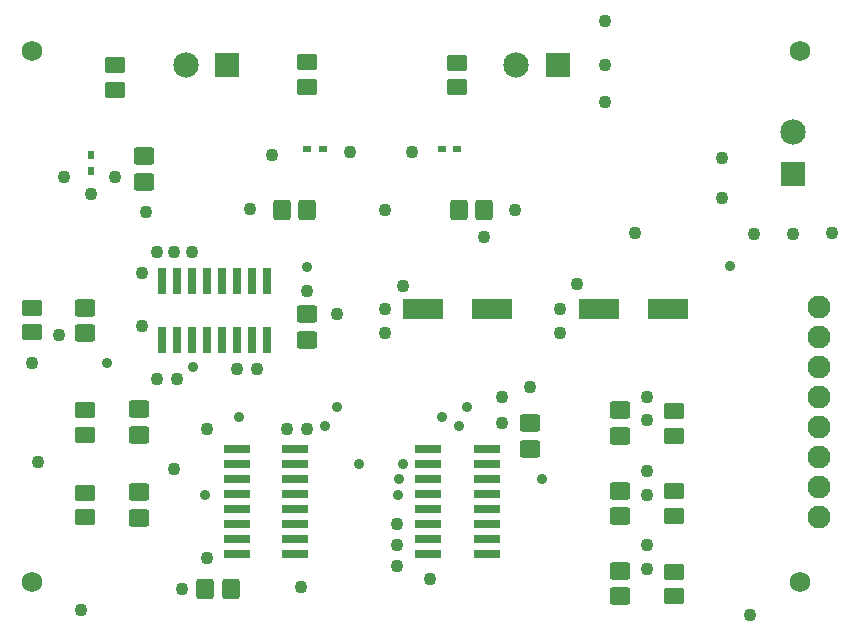
<source format=gts>
G04*
G04 #@! TF.GenerationSoftware,Altium Limited,Altium Designer,19.1.5 (86)*
G04*
G04 Layer_Color=8388736*
%FSLAX25Y25*%
%MOIN*%
G70*
G01*
G75*
%ADD15R,0.02375X0.02690*%
G04:AMPARAMS|DCode=16|XSize=69.02mil|YSize=57.21mil|CornerRadius=7.69mil|HoleSize=0mil|Usage=FLASHONLY|Rotation=0.000|XOffset=0mil|YOffset=0mil|HoleType=Round|Shape=RoundedRectangle|*
%AMROUNDEDRECTD16*
21,1,0.06902,0.04183,0,0,0.0*
21,1,0.05364,0.05721,0,0,0.0*
1,1,0.01538,0.02682,-0.02092*
1,1,0.01538,-0.02682,-0.02092*
1,1,0.01538,-0.02682,0.02092*
1,1,0.01538,0.02682,0.02092*
%
%ADD16ROUNDEDRECTD16*%
G04:AMPARAMS|DCode=17|XSize=69.02mil|YSize=57.21mil|CornerRadius=7.69mil|HoleSize=0mil|Usage=FLASHONLY|Rotation=270.000|XOffset=0mil|YOffset=0mil|HoleType=Round|Shape=RoundedRectangle|*
%AMROUNDEDRECTD17*
21,1,0.06902,0.04183,0,0,270.0*
21,1,0.05364,0.05721,0,0,270.0*
1,1,0.01538,-0.02092,-0.02682*
1,1,0.01538,-0.02092,0.02682*
1,1,0.01538,0.02092,0.02682*
1,1,0.01538,0.02092,-0.02682*
%
%ADD17ROUNDEDRECTD17*%
%ADD18R,0.03162X0.08556*%
%ADD19R,0.08556X0.03162*%
%ADD20R,0.02690X0.02375*%
G04:AMPARAMS|DCode=21|XSize=67.06mil|YSize=55.24mil|CornerRadius=7.54mil|HoleSize=0mil|Usage=FLASHONLY|Rotation=0.000|XOffset=0mil|YOffset=0mil|HoleType=Round|Shape=RoundedRectangle|*
%AMROUNDEDRECTD21*
21,1,0.06706,0.04016,0,0,0.0*
21,1,0.05197,0.05524,0,0,0.0*
1,1,0.01509,0.02598,-0.02008*
1,1,0.01509,-0.02598,-0.02008*
1,1,0.01509,-0.02598,0.02008*
1,1,0.01509,0.02598,0.02008*
%
%ADD21ROUNDEDRECTD21*%
%ADD22R,0.13202X0.07099*%
%ADD23C,0.08477*%
%ADD24R,0.08477X0.08477*%
%ADD25R,0.08477X0.08477*%
%ADD26C,0.07690*%
%ADD27C,0.06800*%
%ADD28C,0.03556*%
%ADD29C,0.04343*%
D15*
X393701Y453386D02*
D03*
Y448189D02*
D03*
D16*
X411417Y444587D02*
D03*
Y453051D02*
D03*
X540000Y355598D02*
D03*
Y364063D02*
D03*
X391622Y402559D02*
D03*
Y394094D02*
D03*
X409622Y340980D02*
D03*
Y332516D02*
D03*
X409657Y360205D02*
D03*
Y368669D02*
D03*
X465748Y391831D02*
D03*
Y400295D02*
D03*
X569913Y306469D02*
D03*
Y314933D02*
D03*
X570012Y333043D02*
D03*
Y341508D02*
D03*
X569913Y359831D02*
D03*
Y368295D02*
D03*
D17*
X440232Y308661D02*
D03*
X431768D02*
D03*
X457283Y435236D02*
D03*
X465748D02*
D03*
X524705Y435236D02*
D03*
X516240D02*
D03*
D18*
X452343Y411402D02*
D03*
X447342D02*
D03*
X442343D02*
D03*
X437343D02*
D03*
X432342D02*
D03*
X427343D02*
D03*
X422342D02*
D03*
X417343D02*
D03*
Y391913D02*
D03*
X422342D02*
D03*
X427343D02*
D03*
X432342D02*
D03*
X437343D02*
D03*
X442343D02*
D03*
X447342D02*
D03*
X452343D02*
D03*
D19*
X461744Y320500D02*
D03*
Y325500D02*
D03*
Y330500D02*
D03*
Y335500D02*
D03*
Y340500D02*
D03*
Y345500D02*
D03*
Y350500D02*
D03*
Y355500D02*
D03*
X442256D02*
D03*
Y350500D02*
D03*
Y345500D02*
D03*
Y340500D02*
D03*
Y335500D02*
D03*
Y330500D02*
D03*
Y325500D02*
D03*
Y320500D02*
D03*
X506000Y355500D02*
D03*
Y350500D02*
D03*
Y345500D02*
D03*
Y340500D02*
D03*
Y335500D02*
D03*
Y330500D02*
D03*
Y325500D02*
D03*
Y320500D02*
D03*
X525488D02*
D03*
Y325500D02*
D03*
Y330500D02*
D03*
Y335500D02*
D03*
Y340500D02*
D03*
Y345500D02*
D03*
Y350500D02*
D03*
Y355500D02*
D03*
D20*
X465748Y455315D02*
D03*
X470945D02*
D03*
X515748D02*
D03*
X510551D02*
D03*
D21*
X515748Y484252D02*
D03*
Y475984D02*
D03*
X587913Y314560D02*
D03*
Y306292D02*
D03*
Y341409D02*
D03*
Y333142D02*
D03*
Y368197D02*
D03*
Y359929D02*
D03*
X374016Y394291D02*
D03*
Y402559D02*
D03*
X391622Y332614D02*
D03*
Y340882D02*
D03*
X391657Y368472D02*
D03*
Y360205D02*
D03*
X401575Y483465D02*
D03*
Y475197D02*
D03*
X465748Y484449D02*
D03*
Y476181D02*
D03*
D22*
X504331Y401968D02*
D03*
X527165D02*
D03*
X562992Y402181D02*
D03*
X585827D02*
D03*
D23*
X425197Y483465D02*
D03*
X535433Y483465D02*
D03*
X627559Y461024D02*
D03*
D24*
X438976Y483465D02*
D03*
X549213Y483465D02*
D03*
D25*
X627559Y447244D02*
D03*
D26*
X636221Y352693D02*
D03*
Y402693D02*
D03*
Y392693D02*
D03*
Y372693D02*
D03*
Y382693D02*
D03*
Y362693D02*
D03*
Y342693D02*
D03*
Y332693D02*
D03*
D27*
X629921Y311024D02*
D03*
X374016D02*
D03*
Y488189D02*
D03*
X629921D02*
D03*
D28*
X427600Y382900D02*
D03*
X399122Y384000D02*
D03*
X606500Y416500D02*
D03*
X465748Y416067D02*
D03*
X544000Y345500D02*
D03*
X496250D02*
D03*
X519000Y369500D02*
D03*
X475500D02*
D03*
X516240Y363000D02*
D03*
X471500D02*
D03*
X443000Y366000D02*
D03*
X510551D02*
D03*
X483000Y350500D02*
D03*
X497500D02*
D03*
X431768Y340000D02*
D03*
X496000D02*
D03*
D29*
X604000Y439000D02*
D03*
X575000Y427500D02*
D03*
X604000Y452500D02*
D03*
X390400Y301700D02*
D03*
X613287Y300000D02*
D03*
X506500Y312000D02*
D03*
X495500Y316500D02*
D03*
Y323500D02*
D03*
Y330500D02*
D03*
X530500Y372693D02*
D03*
X539951Y376000D02*
D03*
X530500Y364000D02*
D03*
X579000Y365000D02*
D03*
Y372622D02*
D03*
Y348000D02*
D03*
Y340000D02*
D03*
Y323500D02*
D03*
Y315500D02*
D03*
X383000Y393500D02*
D03*
X374016Y384000D02*
D03*
X565000Y471000D02*
D03*
Y498000D02*
D03*
Y483465D02*
D03*
X640500Y427500D02*
D03*
X627559Y427000D02*
D03*
X614500D02*
D03*
X491500Y435236D02*
D03*
X500500Y454500D02*
D03*
X454000Y453386D02*
D03*
X524705Y426000D02*
D03*
X535039Y435236D02*
D03*
X480000Y454500D02*
D03*
X446500Y435482D02*
D03*
X384500Y446000D02*
D03*
X401500D02*
D03*
X393701Y440500D02*
D03*
X412000Y434500D02*
D03*
X376000Y351000D02*
D03*
X421449Y348838D02*
D03*
X463500Y309500D02*
D03*
X432342Y319000D02*
D03*
X424000Y308661D02*
D03*
X432342Y362000D02*
D03*
X465748D02*
D03*
X459000D02*
D03*
X410700Y396300D02*
D03*
X415500Y378700D02*
D03*
X422342D02*
D03*
X449000Y382000D02*
D03*
X442256D02*
D03*
X410500Y414000D02*
D03*
X415500Y421000D02*
D03*
X421449Y421158D02*
D03*
X427343D02*
D03*
X465748Y408000D02*
D03*
X475500Y400295D02*
D03*
X491500Y394000D02*
D03*
X497500Y409842D02*
D03*
X491500Y401968D02*
D03*
X555500Y410500D02*
D03*
X550000Y394000D02*
D03*
Y402181D02*
D03*
M02*

</source>
